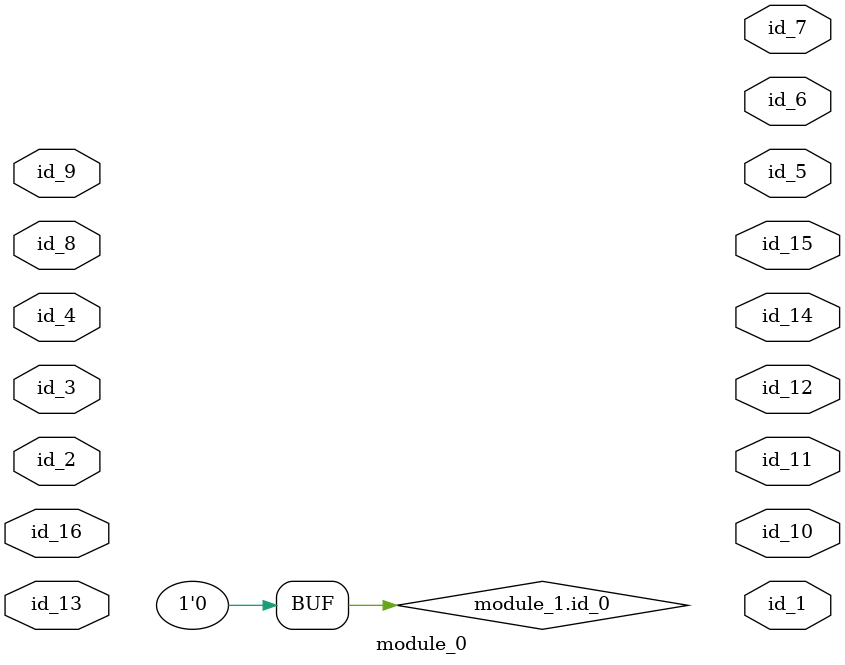
<source format=v>
module module_0 (
    id_1,
    id_2,
    id_3,
    id_4,
    id_5,
    id_6,
    id_7,
    id_8,
    id_9,
    id_10,
    id_11,
    id_12,
    id_13,
    id_14,
    id_15,
    id_16
);
  input wire id_16;
  output wire id_15;
  output wire id_14;
  inout wire id_13;
  output wire id_12;
  output wire id_11;
  output wire id_10;
  inout wire id_9;
  input wire id_8;
  output wire id_7;
  output wire id_6;
  output wire id_5;
  input wire id_4;
  input wire id_3;
  input wire id_2;
  output wire id_1;
  assign module_1.id_0 = 0;
endmodule
module module_1 (
    input tri id_0
);
  localparam id_2 = 1;
  module_0 modCall_1 (
      id_2,
      id_2,
      id_2,
      id_2,
      id_2,
      id_2,
      id_2,
      id_2,
      id_2,
      id_2,
      id_2,
      id_2,
      id_2,
      id_2,
      id_2,
      id_2
  );
endmodule

</source>
